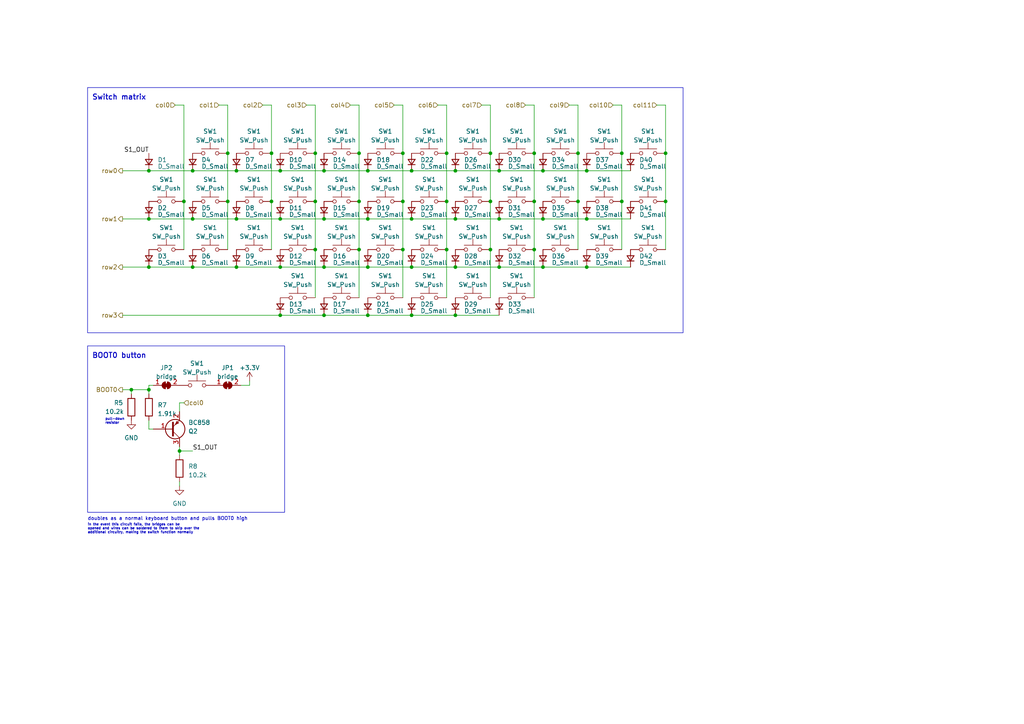
<source format=kicad_sch>
(kicad_sch (version 20230121) (generator eeschema)
  (paper "A4")
  (lib_symbols
    (symbol "Device:D_Small" (pin_numbers hide) (pin_names (offset 0.254) hide)
      (property "Reference" "D" (at -1.27 2.032 0))
      (property "Value" "D_Small" (at -3.81 -2.032 0))
      (symbol "D_Small_0_1"
        (polyline (pts (xy -0.762 -1.016) (xy -0.762 1.016)) (stroke (width 0.254)))
        (polyline (pts (xy -0.762 0) (xy 0.762 0)))
        (polyline (pts (xy 0.762 -1.016) (xy -0.762 0) (xy 0.762 1.016) (xy 0.762 -1.016)) (stroke (width 0.254)))
      )
      (symbol "D_Small_1_1"
        (pin passive line (at -2.54 0 0) (length 1.778) (name "K") (number "1"))
        (pin passive line (at 2.54 0 180) (length 1.778) (name "A") (number "2"))
      )
    )
    (symbol "Device:R" (pin_numbers hide) (pin_names (offset 0))
      (property "Reference" "R" (at 2.032 0 90))
      (property "Value" "R" (at 0 0 90))
      (symbol "R_0_1"
        (rectangle (start -1.016 -2.54) (end 1.016 2.54) (stroke (width 0.254)))
      )
      (symbol "R_1_1"
        (pin passive line (at 0 3.81 270) (length 1.27) (name "~") (number "1"))
        (pin passive line (at 0 -3.81 90) (length 1.27) (name "~") (number "2"))
      )
    )
    (symbol "Jumper:SolderJumper_2_Bridged" (pin_names (offset 0) hide)
      (property "Reference" "JP" (at 0 2.032 0))
      (property "Value" "SolderJumper_2_Bridged" (at 0 -2.54 0))
      (symbol "SolderJumper_2_Bridged_0_1"
        (rectangle (start -0.508 0.508) (end 0.508 -0.508) (fill (type outline)))
        (arc (start -0.254 1.016) (mid -1.2656 0) (end -0.254 -1.016))
        (arc (start -0.254 1.016) (mid -1.2656 0) (end -0.254 -1.016) (fill (type outline)))
        (polyline (pts (xy -0.254 1.016) (xy -0.254 -1.016)))
        (polyline (pts (xy 0.254 1.016) (xy 0.254 -1.016)))
        (arc (start 0.254 -1.016) (mid 1.2656 0) (end 0.254 1.016))
        (arc (start 0.254 -1.016) (mid 1.2656 0) (end 0.254 1.016) (fill (type outline)))
      )
      (symbol "SolderJumper_2_Bridged_1_1"
        (pin passive line (at -3.81 0 0) (length 2.54) (name "A") (number "1"))
        (pin passive line (at 3.81 0 180) (length 2.54) (name "B") (number "2"))
      )
    )
    (symbol "Switch:SW_Push" (pin_numbers hide) (pin_names (offset 1.016) hide)
      (property "Reference" "SW" (at 1.27 2.54 0))
      (property "Value" "SW_Push" (at 0 -1.524 0))
      (symbol "SW_Push_0_1"
        (circle (center -2.032 0) (radius 0.508))
        (polyline (pts (xy 0 1.27) (xy 0 3.048)))
        (polyline (pts (xy 2.54 1.27) (xy -2.54 1.27)))
        (circle (center 2.032 0) (radius 0.508))
        (pin passive line (at -5.08 0 0) (length 2.54) (name "1") (number "1"))
        (pin passive line (at 5.08 0 180) (length 2.54) (name "2") (number "2"))
      )
    )
    (symbol "Transistor_BJT:BC858" (pin_names (offset 0) hide)
      (property "Reference" "Q" (at 5.08 1.905 0))
      (property "Value" "BC858" (at 5.08 0 0))
      (symbol "BC858_0_1"
        (polyline (pts (xy 0.635 0.635) (xy 2.54 2.54)))
        (polyline (pts (xy 0.635 -0.635) (xy 2.54 -2.54) (xy 2.54 -2.54)))
        (polyline (pts (xy 0.635 1.905) (xy 0.635 -1.905) (xy 0.635 -1.905)) (stroke (width 0.508)))
        (polyline (pts (xy 2.286 -1.778) (xy 1.778 -2.286) (xy 1.27 -1.27) (xy 2.286 -1.778) (xy 2.286 -1.778)) (fill (type outline)))
        (circle (center 1.27 0) (radius 2.8194) (stroke (width 0.254)))
      )
      (symbol "BC858_1_1"
        (pin input line (at -5.08 0 0) (length 5.715) (name "B") (number "1"))
        (pin passive line (at 2.54 -5.08 90) (length 2.54) (name "E") (number "2"))
        (pin passive line (at 2.54 5.08 270) (length 2.54) (name "C") (number "3"))
      )
    )
    (symbol "power:+3.3V" (power) (pin_names (offset 0))
      (property "Value" "+3.3V" (at 0 3.556 0))
      (symbol "+3.3V_0_1"
        (polyline (pts (xy -0.762 1.27) (xy 0 2.54)))
        (polyline (pts (xy 0 0) (xy 0 2.54)))
        (polyline (pts (xy 0 2.54) (xy 0.762 1.27)))
      )
      (symbol "+3.3V_1_1"
        (pin power_in line (at 0 0 90) (length 0) hide (name "+3.3V") (number "1"))
      )
    )
    (symbol "power:GND" (power) (pin_names (offset 0))
      (property "Value" "GND" (at 0 -3.81 0))
      (symbol "GND_0_1"
        (polyline (pts (xy 0 0) (xy 0 -1.27) (xy 1.27 -1.27) (xy 0 -2.54) (xy -1.27 -1.27) (xy 0 -1.27)))
      )
      (symbol "GND_1_1"
        (pin power_in line (at 0 0 270) (length 0) hide (name "GND") (number "1"))
      )
    )
  )
  (junction (at 53.34 58.42))
  (junction (at 119.38 63.5))
  (junction (at 78.74 44.45))
  (junction (at 91.44 44.45))
  (junction (at 132.08 91.44))
  (junction (at 106.68 91.44))
  (junction (at 43.18 63.5))
  (junction (at 55.88 77.47))
  (junction (at 55.88 49.53))
  (junction (at 81.28 49.53))
  (junction (at 170.18 49.53))
  (junction (at 52.07 130.81))
  (junction (at 116.84 44.45))
  (junction (at 43.18 113.03))
  (junction (at 193.04 44.45))
  (junction (at 167.64 58.42))
  (junction (at 157.48 49.53))
  (junction (at 144.78 63.5))
  (junction (at 180.34 58.42))
  (junction (at 193.04 58.42))
  (junction (at 129.54 72.39))
  (junction (at 116.84 58.42))
  (junction (at 119.38 91.44))
  (junction (at 104.14 58.42))
  (junction (at 104.14 44.45))
  (junction (at 66.04 44.45))
  (junction (at 157.48 77.47))
  (junction (at 68.58 77.47))
  (junction (at 154.94 58.42))
  (junction (at 142.24 58.42))
  (junction (at 142.24 72.39))
  (junction (at 154.94 72.39))
  (junction (at 144.78 77.47))
  (junction (at 91.44 58.42))
  (junction (at 91.44 72.39))
  (junction (at 106.68 49.53))
  (junction (at 116.84 72.39))
  (junction (at 132.08 77.47))
  (junction (at 144.78 49.53))
  (junction (at 154.94 44.45))
  (junction (at 129.54 58.42))
  (junction (at 55.88 63.5))
  (junction (at 81.28 63.5))
  (junction (at 81.28 77.47))
  (junction (at 167.64 44.45))
  (junction (at 93.98 49.53))
  (junction (at 106.68 63.5))
  (junction (at 93.98 77.47))
  (junction (at 106.68 77.47))
  (junction (at 43.18 77.47))
  (junction (at 129.54 44.45))
  (junction (at 81.28 91.44))
  (junction (at 157.48 63.5))
  (junction (at 43.18 49.53))
  (junction (at 104.14 72.39))
  (junction (at 132.08 49.53))
  (junction (at 68.58 63.5))
  (junction (at 66.04 58.42))
  (junction (at 170.18 77.47))
  (junction (at 142.24 44.45))
  (junction (at 132.08 63.5))
  (junction (at 180.34 44.45))
  (junction (at 68.58 49.53))
  (junction (at 170.18 63.5))
  (junction (at 93.98 91.44))
  (junction (at 119.38 77.47))
  (junction (at 78.74 58.42))
  (junction (at 38.1 113.03))
  (junction (at 119.38 49.53))
  (junction (at 93.98 63.5))
  (wire (pts (xy 154.94 72.39) (xy 154.94 86.36)))
  (wire (pts (xy 106.68 77.47) (xy 119.38 77.47)))
  (wire (pts (xy 35.56 91.44) (xy 81.28 91.44)))
  (wire (pts (xy 180.34 30.48) (xy 180.34 44.45)))
  (wire (pts (xy 132.08 91.44) (xy 144.78 91.44)))
  (wire (pts (xy 142.24 72.39) (xy 142.24 86.36)))
  (wire (pts (xy 78.74 30.48) (xy 78.74 44.45)))
  (wire (pts (xy 72.39 111.76) (xy 72.39 110.49)))
  (wire (pts (xy 43.18 111.76) (xy 43.18 113.03)))
  (wire (pts (xy 119.38 91.44) (xy 132.08 91.44)))
  (wire (pts (xy 177.8 30.48) (xy 180.34 30.48)))
  (wire (pts (xy 119.38 63.5) (xy 132.08 63.5)))
  (wire (pts (xy 180.34 44.45) (xy 180.34 58.42)))
  (wire (pts (xy 78.74 58.42) (xy 78.74 72.39)))
  (wire (pts (xy 170.18 77.47) (xy 182.88 77.47)))
  (wire (pts (xy 142.24 30.48) (xy 142.24 44.45)))
  (wire (pts (xy 129.54 58.42) (xy 129.54 72.39)))
  (wire (pts (xy 193.04 58.42) (xy 193.04 72.39)))
  (wire (pts (xy 152.4 30.48) (xy 154.94 30.48)))
  (wire (pts (xy 132.08 49.53) (xy 144.78 49.53)))
  (wire (pts (xy 106.68 91.44) (xy 119.38 91.44)))
  (wire (pts (xy 167.64 30.48) (xy 167.64 44.45)))
  (wire (pts (xy 53.34 30.48) (xy 53.34 58.42)))
  (wire (pts (xy 193.04 44.45) (xy 193.04 58.42)))
  (wire (pts (xy 66.04 44.45) (xy 66.04 58.42)))
  (wire (pts (xy 52.07 129.54) (xy 52.07 130.81)))
  (wire (pts (xy 55.88 77.47) (xy 68.58 77.47)))
  (wire (pts (xy 35.56 77.47) (xy 43.18 77.47)))
  (wire (pts (xy 144.78 77.47) (xy 157.48 77.47)))
  (wire (pts (xy 154.94 58.42) (xy 154.94 72.39)))
  (wire (pts (xy 88.9 30.48) (xy 91.44 30.48)))
  (wire (pts (xy 66.04 30.48) (xy 66.04 44.45)))
  (wire (pts (xy 144.78 63.5) (xy 157.48 63.5)))
  (wire (pts (xy 78.74 44.45) (xy 78.74 58.42)))
  (wire (pts (xy 139.7 30.48) (xy 142.24 30.48)))
  (wire (pts (xy 81.28 91.44) (xy 93.98 91.44)))
  (wire (pts (xy 142.24 58.42) (xy 142.24 72.39)))
  (wire (pts (xy 132.08 77.47) (xy 144.78 77.47)))
  (wire (pts (xy 38.1 113.03) (xy 38.1 114.3)))
  (wire (pts (xy 157.48 77.47) (xy 170.18 77.47)))
  (wire (pts (xy 190.5 30.48) (xy 193.04 30.48)))
  (wire (pts (xy 68.58 63.5) (xy 81.28 63.5)))
  (wire (pts (xy 129.54 72.39) (xy 129.54 86.36)))
  (wire (pts (xy 53.34 58.42) (xy 53.34 72.39)))
  (wire (pts (xy 50.8 30.48) (xy 53.34 30.48)))
  (wire (pts (xy 114.3 30.48) (xy 116.84 30.48)))
  (wire (pts (xy 43.18 77.47) (xy 55.88 77.47)))
  (wire (pts (xy 38.1 113.03) (xy 43.18 113.03)))
  (wire (pts (xy 116.84 58.42) (xy 116.84 72.39)))
  (wire (pts (xy 91.44 30.48) (xy 91.44 44.45)))
  (wire (pts (xy 106.68 63.5) (xy 119.38 63.5)))
  (wire (pts (xy 35.56 113.03) (xy 38.1 113.03)))
  (wire (pts (xy 63.5 30.48) (xy 66.04 30.48)))
  (wire (pts (xy 43.18 111.76) (xy 44.45 111.76)))
  (wire (pts (xy 91.44 44.45) (xy 91.44 58.42)))
  (wire (pts (xy 43.18 63.5) (xy 55.88 63.5)))
  (wire (pts (xy 66.04 58.42) (xy 66.04 72.39)))
  (wire (pts (xy 52.07 116.84) (xy 53.34 116.84)))
  (wire (pts (xy 93.98 63.5) (xy 106.68 63.5)))
  (wire (pts (xy 52.07 130.81) (xy 55.88 130.81)))
  (wire (pts (xy 91.44 58.42) (xy 91.44 72.39)))
  (wire (pts (xy 81.28 49.53) (xy 93.98 49.53)))
  (wire (pts (xy 170.18 49.53) (xy 182.88 49.53)))
  (wire (pts (xy 68.58 77.47) (xy 81.28 77.47)))
  (wire (pts (xy 52.07 119.38) (xy 52.07 116.84)))
  (wire (pts (xy 119.38 49.53) (xy 132.08 49.53)))
  (wire (pts (xy 154.94 30.48) (xy 154.94 44.45)))
  (wire (pts (xy 104.14 58.42) (xy 104.14 72.39)))
  (wire (pts (xy 81.28 77.47) (xy 93.98 77.47)))
  (wire (pts (xy 165.1 30.48) (xy 167.64 30.48)))
  (wire (pts (xy 93.98 91.44) (xy 106.68 91.44)))
  (wire (pts (xy 69.85 111.76) (xy 72.39 111.76)))
  (wire (pts (xy 101.6 30.48) (xy 104.14 30.48)))
  (wire (pts (xy 167.64 44.45) (xy 167.64 58.42)))
  (wire (pts (xy 43.18 49.53) (xy 55.88 49.53)))
  (wire (pts (xy 93.98 49.53) (xy 106.68 49.53)))
  (wire (pts (xy 52.07 139.7) (xy 52.07 140.97)))
  (wire (pts (xy 116.84 72.39) (xy 116.84 86.36)))
  (wire (pts (xy 55.88 49.53) (xy 68.58 49.53)))
  (wire (pts (xy 104.14 72.39) (xy 104.14 86.36)))
  (wire (pts (xy 132.08 63.5) (xy 144.78 63.5)))
  (wire (pts (xy 55.88 63.5) (xy 68.58 63.5)))
  (wire (pts (xy 52.07 130.81) (xy 52.07 132.08)))
  (wire (pts (xy 68.58 49.53) (xy 81.28 49.53)))
  (wire (pts (xy 127 30.48) (xy 129.54 30.48)))
  (wire (pts (xy 116.84 30.48) (xy 116.84 44.45)))
  (wire (pts (xy 167.64 58.42) (xy 167.64 72.39)))
  (wire (pts (xy 142.24 44.45) (xy 142.24 58.42)))
  (wire (pts (xy 106.68 49.53) (xy 119.38 49.53)))
  (wire (pts (xy 170.18 63.5) (xy 182.88 63.5)))
  (wire (pts (xy 119.38 77.47) (xy 132.08 77.47)))
  (wire (pts (xy 35.56 63.5) (xy 43.18 63.5)))
  (wire (pts (xy 104.14 30.48) (xy 104.14 44.45)))
  (wire (pts (xy 157.48 49.53) (xy 170.18 49.53)))
  (wire (pts (xy 43.18 49.53) (xy 35.56 49.53)))
  (wire (pts (xy 104.14 44.45) (xy 104.14 58.42)))
  (wire (pts (xy 154.94 44.45) (xy 154.94 58.42)))
  (wire (pts (xy 43.18 113.03) (xy 43.18 114.3)))
  (wire (pts (xy 43.18 124.46) (xy 44.45 124.46)))
  (wire (pts (xy 76.2 30.48) (xy 78.74 30.48)))
  (wire (pts (xy 129.54 44.45) (xy 129.54 58.42)))
  (wire (pts (xy 116.84 44.45) (xy 116.84 58.42)))
  (wire (pts (xy 157.48 63.5) (xy 170.18 63.5)))
  (wire (pts (xy 129.54 30.48) (xy 129.54 44.45)))
  (wire (pts (xy 93.98 77.47) (xy 106.68 77.47)))
  (wire (pts (xy 180.34 58.42) (xy 180.34 72.39)))
  (wire (pts (xy 81.28 63.5) (xy 93.98 63.5)))
  (wire (pts (xy 144.78 49.53) (xy 157.48 49.53)))
  (wire (pts (xy 193.04 30.48) (xy 193.04 44.45)))
  (wire (pts (xy 43.18 121.92) (xy 43.18 124.46)))
  (wire (pts (xy 91.44 72.39) (xy 91.44 86.36)))
  (rectangle (start 25.4 100.33) (end 82.55 148.59))
  (rectangle (start 25.4 25.4) (end 198.12 96.52))
  (text "doubles as a normal keyboard button and pulls BOOT0 high" (at 25.4 151.13 0) (effects (font (size 1 1)) (justify left bottom)))
  (text "Switch matrix" (at 26.67 29.21 0) (effects (font (size 1.5 1.5) (thickness 0.254) bold) (justify left bottom)))
  (text "pull-down\nresistor" (at 30.48 123.19 0) (effects (font (size 0.7 0.7)) (justify left bottom)))
  (text "BOOT0 button" (at 26.67 104.14 0) (effects (font (size 1.5 1.5) (thickness 0.254) bold) (justify left bottom)))
  (text "in the event this circuit fails, the bridges can be \nopened and wires can be soldered to them to skip over the\nadditional circuitry, making the switch function normally" (at 25.4 154.94 0) (effects (font (size 0.7 0.7)) (justify left bottom)))
  (label "S1_OUT" (at 55.88 130.81 0))
  (label "S1_OUT" (at 43.18 44.45 180))
  (hierarchical_label "col6" (shape input) (at 127 30.48 180))
  (hierarchical_label "row3" (shape output) (at 35.56 91.44 180))
  (hierarchical_label "row2" (shape output) (at 35.56 77.47 180))
  (hierarchical_label "col3" (shape input) (at 88.9 30.48 180))
  (hierarchical_label "col7" (shape input) (at 139.7 30.48 180))
  (hierarchical_label "col8" (shape input) (at 152.4 30.48 180))
  (hierarchical_label "row0" (shape output) (at 35.56 49.53 180))
  (hierarchical_label "col9" (shape input) (at 165.1 30.48 180))
  (hierarchical_label "col10" (shape input) (at 177.8 30.48 180))
  (hierarchical_label "row1" (shape output) (at 35.56 63.5 180))
  (hierarchical_label "BOOT0" (shape output) (at 35.56 113.03 180))
  (hierarchical_label "col11" (shape input) (at 190.5 30.48 180))
  (hierarchical_label "col0" (shape input) (at 50.8 30.48 180))
  (hierarchical_label "col1" (shape input) (at 63.5 30.48 180))
  (hierarchical_label "col2" (shape input) (at 76.2 30.48 180))
  (hierarchical_label "col4" (shape input) (at 101.6 30.48 180))
  (hierarchical_label "col0" (shape input) (at 53.34 116.84 0))
  (hierarchical_label "col5" (shape input) (at 114.3 30.48 180))
  (symbol (lib_id "Switch:SW_Push") (at 73.66 44.45 0) (unit 1)
    (property "Reference" "SW1" (at 73.66 38.1 0))
    (property "Value" "SW_Push" (at 73.66 40.64 0))
    (property "Footprint" "local-library:SW_PG1350" (effects hide))
    (instances (project "keyboard" (path "" (reference "SW1") (unit 1)) (path "" (reference "SW7") (unit 1))))
  )
  (symbol (lib_id "Switch:SW_Push") (at 175.26 44.45 0) (unit 1)
    (property "Reference" "SW1" (at 175.26 38.1 0))
    (property "Value" "SW_Push" (at 175.26 40.64 0))
    (property "Footprint" "local-library:SW_PG1350" (effects hide))
    (instances (project "keyboard" (path "" (reference "SW1") (unit 1)) (path "" (reference "SW37") (unit 1))))
  )
  (symbol (lib_id "Switch:SW_Push") (at 162.56 44.45 0) (unit 1)
    (property "Reference" "SW1" (at 162.56 38.1 0))
    (property "Value" "SW_Push" (at 162.56 40.64 0))
    (property "Footprint" "local-library:SW_PG1350" (effects hide))
    (instances (project "keyboard" (path "" (reference "SW1") (unit 1)) (path "" (reference "SW34") (unit 1))))
  )
  (symbol (lib_id "Device:D_Small") (at 144.78 88.9 90) (unit 1)
    (property "Reference" "D33" (at 147.32 88.265 90) (effects (justify right)))
    (property "Value" "D_Small" (at 147.32 90.17 90) (effects (justify right)))
    (property "Footprint" "Diode_SMD:D_SOD-123" (effects hide))
    (property "Sim.Device" "D" (effects hide))
    (property "Sim.Pins" "1=K 2=A" (effects hide))
    (property "LCSC" "C2099" (effects hide))
  )
  (symbol (lib_id "Device:D_Small") (at 93.98 60.96 90) (unit 1)
    (property "Reference" "D15" (at 96.52 60.325 90) (effects (justify right)))
    (property "Value" "D_Small" (at 96.52 62.23 90) (effects (justify right)))
    (property "Footprint" "Diode_SMD:D_SOD-123" (effects hide))
    (property "Sim.Device" "D" (effects hide))
    (property "Sim.Pins" "1=K 2=A" (effects hide))
    (property "LCSC" "C2099" (effects hide))
  )
  (symbol (lib_id "Device:D_Small") (at 43.18 46.99 90) (unit 1)
    (property "Reference" "D1" (at 45.72 46.355 90) (effects (justify right)))
    (property "Value" "D_Small" (at 45.72 48.26 90) (effects (justify right)))
    (property "Footprint" "Diode_SMD:D_SOD-123" (effects hide))
    (property "Sim.Device" "D" (effects hide))
    (property "Sim.Pins" "1=K 2=A" (effects hide))
    (property "LCSC" "C2099" (effects hide))
  )
  (symbol (lib_id "Switch:SW_Push") (at 175.26 72.39 0) (unit 1)
    (property "Reference" "SW1" (at 175.26 66.04 0))
    (property "Value" "SW_Push" (at 175.26 68.58 0))
    (property "Footprint" "local-library:SW_PG1350" (effects hide))
    (instances (project "keyboard" (path "" (reference "SW1") (unit 1)) (path "" (reference "SW39") (unit 1))))
  )
  (symbol (lib_id "Switch:SW_Push") (at 73.66 58.42 0) (unit 1)
    (property "Reference" "SW1" (at 73.66 52.07 0))
    (property "Value" "SW_Push" (at 73.66 54.61 0))
    (property "Footprint" "local-library:SW_PG1350" (effects hide))
    (instances (project "keyboard" (path "" (reference "SW1") (unit 1)) (path "" (reference "SW8") (unit 1))))
  )
  (symbol (lib_id "Device:D_Small") (at 119.38 46.99 90) (unit 1)
    (property "Reference" "D22" (at 121.92 46.355 90) (effects (justify right)))
    (property "Value" "D_Small" (at 121.92 48.26 90) (effects (justify right)))
    (property "Footprint" "Diode_SMD:D_SOD-123" (effects hide))
    (property "Sim.Device" "D" (effects hide))
    (property "Sim.Pins" "1=K 2=A" (effects hide))
    (property "LCSC" "C2099" (effects hide))
  )
  (symbol (lib_id "Device:D_Small") (at 132.08 60.96 90) (unit 1)
    (property "Reference" "D27" (at 134.62 60.325 90) (effects (justify right)))
    (property "Value" "D_Small" (at 134.62 62.23 90) (effects (justify right)))
    (property "Footprint" "Diode_SMD:D_SOD-123" (effects hide))
    (property "Sim.Device" "D" (effects hide))
    (property "Sim.Pins" "1=K 2=A" (effects hide))
    (property "LCSC" "C2099" (effects hide))
  )
  (symbol (lib_id "Switch:SW_Push") (at 48.26 58.42 0) (unit 1)
    (property "Reference" "SW1" (at 48.26 52.07 0))
    (property "Value" "SW_Push" (at 48.26 54.61 0))
    (property "Footprint" "local-library:SW_PG1350" (effects hide))
    (instances (project "keyboard" (path "" (reference "SW1") (unit 1)) (path "" (reference "SW2") (unit 1))))
  )
  (symbol (lib_id "Switch:SW_Push") (at 99.06 86.36 0) (unit 1)
    (property "Reference" "SW1" (at 99.06 80.01 0))
    (property "Value" "SW_Push" (at 99.06 82.55 0))
    (property "Footprint" "local-library:SW_PG1350" (effects hide))
    (instances (project "keyboard" (path "" (reference "SW1") (unit 1)) (path "" (reference "SW17") (unit 1))))
  )
  (symbol (lib_id "Device:D_Small") (at 93.98 88.9 90) (unit 1)
    (property "Reference" "D17" (at 96.52 88.265 90) (effects (justify right)))
    (property "Value" "D_Small" (at 96.52 90.17 90) (effects (justify right)))
    (property "Footprint" "Diode_SMD:D_SOD-123" (effects hide))
    (property "Sim.Device" "D" (effects hide))
    (property "Sim.Pins" "1=K 2=A" (effects hide))
    (property "LCSC" "C2099" (effects hide))
  )
  (symbol (lib_id "Switch:SW_Push") (at 149.86 72.39 0) (unit 1)
    (property "Reference" "SW1" (at 149.86 66.04 0))
    (property "Value" "SW_Push" (at 149.86 68.58 0))
    (property "Footprint" "local-library:SW_PG1350" (effects hide))
    (instances (project "keyboard" (path "" (reference "SW1") (unit 1)) (path "" (reference "SW32") (unit 1))))
  )
  (symbol (lib_id "Switch:SW_Push") (at 111.76 72.39 0) (unit 1)
    (property "Reference" "SW1" (at 111.76 66.04 0))
    (property "Value" "SW_Push" (at 111.76 68.58 0))
    (property "Footprint" "local-library:SW_PG1350" (effects hide))
    (instances (project "keyboard" (path "" (reference "SW1") (unit 1)) (path "" (reference "SW20") (unit 1))))
  )
  (symbol (lib_id "Switch:SW_Push") (at 149.86 86.36 0) (unit 1)
    (property "Reference" "SW1" (at 149.86 80.01 0))
    (property "Value" "SW_Push" (at 149.86 82.55 0))
    (property "Footprint" "local-library:SW_PG1350" (effects hide))
    (instances (project "keyboard" (path "" (reference "SW1") (unit 1)) (path "" (reference "SW33") (unit 1))))
  )
  (symbol (lib_id "power:+3.3V") (at 72.39 110.49 0) (unit 1)
    (property "Reference" "#PWR030" (effects hide))
    (property "Value" "+3.3V" (at 72.39 106.68 0))
  )
  (symbol (lib_id "power:GND") (at 38.1 121.92 0) (unit 1)
    (property "Reference" "#PWR015" (effects hide))
    (property "Value" "GND" (at 38.1 127 0))
  )
  (symbol (lib_id "Switch:SW_Push") (at 111.76 44.45 0) (unit 1)
    (property "Reference" "SW1" (at 111.76 38.1 0))
    (property "Value" "SW_Push" (at 111.76 40.64 0))
    (property "Footprint" "local-library:SW_PG1350" (effects hide))
    (instances (project "keyboard" (path "" (reference "SW1") (unit 1)) (path "" (reference "SW18") (unit 1))))
  )
  (symbol (lib_id "Jumper:SolderJumper_2_Bridged") (at 66.04 111.76 0) (unit 1)
    (property "Reference" "JP1" (at 66.04 106.68 0))
    (property "Value" "bridge" (at 66.04 109.22 0))
    (property "Footprint" "Jumper:SolderJumper-2_P1.3mm_Open_RoundedPad1.0x1.5mm" (effects hide))
  )
  (symbol (lib_id "Device:D_Small") (at 182.88 74.93 90) (unit 1)
    (property "Reference" "D42" (at 185.42 74.295 90) (effects (justify right)))
    (property "Value" "D_Small" (at 185.42 76.2 90) (effects (justify right)))
    (property "Footprint" "Diode_SMD:D_SOD-123" (effects hide))
    (property "Sim.Device" "D" (effects hide))
    (property "Sim.Pins" "1=K 2=A" (effects hide))
    (property "LCSC" "C2099" (effects hide))
  )
  (symbol (lib_id "Device:D_Small") (at 81.28 60.96 90) (unit 1)
    (property "Reference" "D11" (at 83.82 60.325 90) (effects (justify right)))
    (property "Value" "D_Small" (at 83.82 62.23 90) (effects (justify right)))
    (property "Footprint" "Diode_SMD:D_SOD-123" (effects hide))
    (property "Sim.Device" "D" (effects hide))
    (property "Sim.Pins" "1=K 2=A" (effects hide))
    (property "LCSC" "C2099" (effects hide))
  )
  (symbol (lib_id "Device:D_Small") (at 55.88 74.93 90) (unit 1)
    (property "Reference" "D6" (at 58.42 74.295 90) (effects (justify right)))
    (property "Value" "D_Small" (at 58.42 76.2 90) (effects (justify right)))
    (property "Footprint" "Diode_SMD:D_SOD-123" (effects hide))
    (property "Sim.Device" "D" (effects hide))
    (property "Sim.Pins" "1=K 2=A" (effects hide))
    (property "LCSC" "C2099" (effects hide))
  )
  (symbol (lib_id "Device:D_Small") (at 68.58 60.96 90) (unit 1)
    (property "Reference" "D8" (at 71.12 60.325 90) (effects (justify right)))
    (property "Value" "D_Small" (at 71.12 62.23 90) (effects (justify right)))
    (property "Footprint" "Diode_SMD:D_SOD-123" (effects hide))
    (property "Sim.Device" "D" (effects hide))
    (property "Sim.Pins" "1=K 2=A" (effects hide))
    (property "LCSC" "C2099" (effects hide))
  )
  (symbol (lib_id "Device:D_Small") (at 93.98 74.93 90) (unit 1)
    (property "Reference" "D16" (at 96.52 74.295 90) (effects (justify right)))
    (property "Value" "D_Small" (at 96.52 76.2 90) (effects (justify right)))
    (property "Footprint" "Diode_SMD:D_SOD-123" (effects hide))
    (property "Sim.Device" "D" (effects hide))
    (property "Sim.Pins" "1=K 2=A" (effects hide))
    (property "LCSC" "C2099" (effects hide))
  )
  (symbol (lib_id "Switch:SW_Push") (at 86.36 58.42 0) (unit 1)
    (property "Reference" "SW1" (at 86.36 52.07 0))
    (property "Value" "SW_Push" (at 86.36 54.61 0))
    (property "Footprint" "local-library:SW_PG1350" (effects hide))
    (instances (project "keyboard" (path "" (reference "SW1") (unit 1)) (path "" (reference "SW11") (unit 1))))
  )
  (symbol (lib_id "Switch:SW_Push") (at 57.15 111.76 0) (unit 1)
    (property "Reference" "SW1" (at 57.15 105.41 0))
    (property "Value" "SW_Push" (at 57.15 107.95 0))
    (property "Footprint" "local-library:SW_PG1350" (effects hide))
  )
  (symbol (lib_id "Device:D_Small") (at 170.18 46.99 90) (unit 1)
    (property "Reference" "D37" (at 172.72 46.355 90) (effects (justify right)))
    (property "Value" "D_Small" (at 172.72 48.26 90) (effects (justify right)))
    (property "Footprint" "Diode_SMD:D_SOD-123" (effects hide))
    (property "Sim.Device" "D" (effects hide))
    (property "Sim.Pins" "1=K 2=A" (effects hide))
    (property "LCSC" "C2099" (effects hide))
  )
  (symbol (lib_id "Switch:SW_Push") (at 99.06 72.39 0) (unit 1)
    (property "Reference" "SW1" (at 99.06 66.04 0))
    (property "Value" "SW_Push" (at 99.06 68.58 0))
    (property "Footprint" "local-library:SW_PG1350" (effects hide))
    (instances (project "keyboard" (path "" (reference "SW1") (unit 1)) (path "" (reference "SW16") (unit 1))))
  )
  (symbol (lib_id "Switch:SW_Push") (at 187.96 44.45 0) (unit 1)
    (property "Reference" "SW1" (at 187.96 38.1 0))
    (property "Value" "SW_Push" (at 187.96 40.64 0))
    (property "Footprint" "local-library:SW_PG1350" (effects hide))
    (instances (project "keyboard" (path "" (reference "SW1") (unit 1)) (path "" (reference "SW40") (unit 1))))
  )
  (symbol (lib_id "Device:D_Small") (at 68.58 74.93 90) (unit 1)
    (property "Reference" "D9" (at 71.12 74.295 90) (effects (justify right)))
    (property "Value" "D_Small" (at 71.12 76.2 90) (effects (justify right)))
    (property "Footprint" "Diode_SMD:D_SOD-123" (effects hide))
    (property "Sim.Device" "D" (effects hide))
    (property "Sim.Pins" "1=K 2=A" (effects hide))
    (property "LCSC" "C2099" (effects hide))
  )
  (symbol (lib_id "Switch:SW_Push") (at 111.76 58.42 0) (unit 1)
    (property "Reference" "SW1" (at 111.76 52.07 0))
    (property "Value" "SW_Push" (at 111.76 54.61 0))
    (property "Footprint" "local-library:SW_PG1350" (effects hide))
    (instances (project "keyboard" (path "" (reference "SW1") (unit 1)) (path "" (reference "SW19") (unit 1))))
  )
  (symbol (lib_id "Device:R") (at 43.18 118.11 0) (unit 1)
    (property "Reference" "R7" (at 45.72 117.475 0) (effects (justify left)))
    (property "Value" "1.91k" (at 45.72 120.015 0) (effects (justify left)))
    (property "Footprint" "Resistor_SMD:R_0201_0603Metric" (effects hide))
  )
  (symbol (lib_id "Switch:SW_Push") (at 86.36 44.45 0) (unit 1)
    (property "Reference" "SW1" (at 86.36 38.1 0))
    (property "Value" "SW_Push" (at 86.36 40.64 0))
    (property "Footprint" "local-library:SW_PG1350" (effects hide))
    (instances (project "keyboard" (path "" (reference "SW1") (unit 1)) (path "" (reference "SW10") (unit 1))))
  )
  (symbol (lib_id "Switch:SW_Push") (at 124.46 44.45 0) (unit 1)
    (property "Reference" "SW1" (at 124.46 38.1 0))
    (property "Value" "SW_Push" (at 124.46 40.64 0))
    (property "Footprint" "local-library:SW_PG1350" (effects hide))
    (instances (project "keyboard" (path "" (reference "SW1") (unit 1)) (path "" (reference "SW22") (unit 1))))
  )
  (symbol (lib_id "Switch:SW_Push") (at 187.96 72.39 0) (unit 1)
    (property "Reference" "SW1" (at 187.96 66.04 0))
    (property "Value" "SW_Push" (at 187.96 68.58 0))
    (property "Footprint" "local-library:SW_PG1350" (effects hide))
    (instances (project "keyboard" (path "" (reference "SW1") (unit 1)) (path "" (reference "SW42") (unit 1))))
  )
  (symbol (lib_id "Device:R") (at 38.1 118.11 0) (unit 1)
    (property "Reference" "R5" (at 33.02 116.84 0) (effects (justify left)))
    (property "Value" "10.2k" (at 30.48 119.38 0) (effects (justify left)))
    (property "Footprint" "Resistor_SMD:R_0201_0603Metric" (effects hide))
  )
  (symbol (lib_id "Device:D_Small") (at 144.78 60.96 90) (unit 1)
    (property "Reference" "D31" (at 147.32 60.325 90) (effects (justify right)))
    (property "Value" "D_Small" (at 147.32 62.23 90) (effects (justify right)))
    (property "Footprint" "Diode_SMD:D_SOD-123" (effects hide))
    (property "Sim.Device" "D" (effects hide))
    (property "Sim.Pins" "1=K 2=A" (effects hide))
    (property "LCSC" "C2099" (effects hide))
  )
  (symbol (lib_id "Device:D_Small") (at 55.88 46.99 90) (unit 1)
    (property "Reference" "D4" (at 58.42 46.355 90) (effects (justify right)))
    (property "Value" "D_Small" (at 58.42 48.26 90) (effects (justify right)))
    (property "Footprint" "Diode_SMD:D_SOD-123" (effects hide))
    (property "Sim.Device" "D" (effects hide))
    (property "Sim.Pins" "1=K 2=A" (effects hide))
    (property "LCSC" "C2099" (effects hide))
  )
  (symbol (lib_id "Device:D_Small") (at 144.78 46.99 90) (unit 1)
    (property "Reference" "D30" (at 147.32 46.355 90) (effects (justify right)))
    (property "Value" "D_Small" (at 147.32 48.26 90) (effects (justify right)))
    (property "Footprint" "Diode_SMD:D_SOD-123" (effects hide))
    (property "Sim.Device" "D" (effects hide))
    (property "Sim.Pins" "1=K 2=A" (effects hide))
    (property "LCSC" "C2099" (effects hide))
  )
  (symbol (lib_id "Switch:SW_Push") (at 162.56 58.42 0) (unit 1)
    (property "Reference" "SW1" (at 162.56 52.07 0))
    (property "Value" "SW_Push" (at 162.56 54.61 0))
    (property "Footprint" "local-library:SW_PG1350" (effects hide))
    (instances (project "keyboard" (path "" (reference "SW1") (unit 1)) (path "" (reference "SW35") (unit 1))))
  )
  (symbol (lib_id "Device:D_Small") (at 81.28 88.9 90) (unit 1)
    (property "Reference" "D13" (at 83.82 88.265 90) (effects (justify right)))
    (property "Value" "D_Small" (at 83.82 90.17 90) (effects (justify right)))
    (property "Footprint" "Diode_SMD:D_SOD-123" (effects hide))
    (property "Sim.Device" "D" (effects hide))
    (property "Sim.Pins" "1=K 2=A" (effects hide))
    (property "LCSC" "C2099" (effects hide))
  )
  (symbol (lib_id "Device:D_Small") (at 182.88 60.96 90) (unit 1)
    (property "Reference" "D41" (at 185.42 60.325 90) (effects (justify right)))
    (property "Value" "D_Small" (at 185.42 62.23 90) (effects (justify right)))
    (property "Footprint" "Diode_SMD:D_SOD-123" (effects hide))
    (property "Sim.Device" "D" (effects hide))
    (property "Sim.Pins" "1=K 2=A" (effects hide))
    (property "LCSC" "C2099" (effects hide))
  )
  (symbol (lib_id "Switch:SW_Push") (at 99.06 58.42 0) (unit 1)
    (property "Reference" "SW1" (at 99.06 52.07 0))
    (property "Value" "SW_Push" (at 99.06 54.61 0))
    (property "Footprint" "local-library:SW_PG1350" (effects hide))
    (instances (project "keyboard" (path "" (reference "SW1") (unit 1)) (path "" (reference "SW15") (unit 1))))
  )
  (symbol (lib_id "Device:D_Small") (at 157.48 46.99 90) (unit 1)
    (property "Reference" "D34" (at 160.02 46.355 90) (effects (justify right)))
    (property "Value" "D_Small" (at 160.02 48.26 90) (effects (justify right)))
    (property "Footprint" "Diode_SMD:D_SOD-123" (effects hide))
    (property "Sim.Device" "D" (effects hide))
    (property "Sim.Pins" "1=K 2=A" (effects hide))
    (property "LCSC" "C2099" (effects hide))
  )
  (symbol (lib_id "Device:D_Small") (at 170.18 74.93 90) (unit 1)
    (property "Reference" "D39" (at 172.72 74.295 90) (effects (justify right)))
    (property "Value" "D_Small" (at 172.72 76.2 90) (effects (justify right)))
    (property "Footprint" "Diode_SMD:D_SOD-123" (effects hide))
    (property "Sim.Device" "D" (effects hide))
    (property "Sim.Pins" "1=K 2=A" (effects hide))
    (property "LCSC" "C2099" (effects hide))
  )
  (symbol (lib_id "Switch:SW_Push") (at 137.16 58.42 0) (unit 1)
    (property "Reference" "SW1" (at 137.16 52.07 0))
    (property "Value" "SW_Push" (at 137.16 54.61 0))
    (property "Footprint" "local-library:SW_PG1350" (effects hide))
    (instances (project "keyboard" (path "" (reference "SW1") (unit 1)) (path "" (reference "SW27") (unit 1))))
  )
  (symbol (lib_id "Switch:SW_Push") (at 73.66 72.39 0) (unit 1)
    (property "Reference" "SW1" (at 73.66 66.04 0))
    (property "Value" "SW_Push" (at 73.66 68.58 0))
    (property "Footprint" "local-library:SW_PG1350" (effects hide))
    (instances (project "keyboard" (path "" (reference "SW1") (unit 1)) (path "" (reference "SW9") (unit 1))))
  )
  (symbol (lib_id "Device:D_Small") (at 55.88 60.96 90) (unit 1)
    (property "Reference" "D5" (at 58.42 60.325 90) (effects (justify right)))
    (property "Value" "D_Small" (at 58.42 62.23 90) (effects (justify right)))
    (property "Footprint" "Diode_SMD:D_SOD-123" (effects hide))
    (property "Sim.Device" "D" (effects hide))
    (property "Sim.Pins" "1=K 2=A" (effects hide))
    (property "LCSC" "C2099" (effects hide))
  )
  (symbol (lib_id "Switch:SW_Push") (at 137.16 86.36 0) (unit 1)
    (property "Reference" "SW1" (at 137.16 80.01 0))
    (property "Value" "SW_Push" (at 137.16 82.55 0))
    (property "Footprint" "local-library:SW_PG1350" (effects hide))
    (instances (project "keyboard" (path "" (reference "SW1") (unit 1)) (path "" (reference "SW29") (unit 1))))
  )
  (symbol (lib_id "Device:R") (at 52.07 135.89 0) (unit 1)
    (property "Reference" "R8" (at 54.61 135.255 0) (effects (justify left)))
    (property "Value" "10.2k" (at 54.61 137.795 0) (effects (justify left)))
    (property "Footprint" "Resistor_SMD:R_0201_0603Metric" (effects hide))
  )
  (symbol (lib_id "Switch:SW_Push") (at 149.86 44.45 0) (unit 1)
    (property "Reference" "SW1" (at 149.86 38.1 0))
    (property "Value" "SW_Push" (at 149.86 40.64 0))
    (property "Footprint" "local-library:SW_PG1350" (effects hide))
    (instances (project "keyboard" (path "" (reference "SW1") (unit 1)) (path "" (reference "SW30") (unit 1))))
  )
  (symbol (lib_id "Switch:SW_Push") (at 60.96 44.45 0) (unit 1)
    (property "Reference" "SW1" (at 60.96 38.1 0))
    (property "Value" "SW_Push" (at 60.96 40.64 0))
    (property "Footprint" "local-library:SW_PG1350" (effects hide))
    (instances (project "keyboard" (path "" (reference "SW1") (unit 1)) (path "" (reference "SW4") (unit 1))))
  )
  (symbol (lib_id "Device:D_Small") (at 119.38 88.9 90) (unit 1)
    (property "Reference" "D25" (at 121.92 88.265 90) (effects (justify right)))
    (property "Value" "D_Small" (at 121.92 90.17 90) (effects (justify right)))
    (property "Footprint" "Diode_SMD:D_SOD-123" (effects hide))
    (property "Sim.Device" "D" (effects hide))
    (property "Sim.Pins" "1=K 2=A" (effects hide))
    (property "LCSC" "C2099" (effects hide))
  )
  (symbol (lib_id "Device:D_Small") (at 43.18 74.93 90) (unit 1)
    (property "Reference" "D3" (at 45.72 74.295 90) (effects (justify right)))
    (property "Value" "D_Small" (at 45.72 76.2 90) (effects (justify right)))
    (property "Footprint" "Diode_SMD:D_SOD-123" (effects hide))
    (property "Sim.Device" "D" (effects hide))
    (property "Sim.Pins" "1=K 2=A" (effects hide))
    (property "LCSC" "C2099" (effects hide))
  )
  (symbol (lib_id "Device:D_Small") (at 119.38 60.96 90) (unit 1)
    (property "Reference" "D23" (at 121.92 60.325 90) (effects (justify right)))
    (property "Value" "D_Small" (at 121.92 62.23 90) (effects (justify right)))
    (property "Footprint" "Diode_SMD:D_SOD-123" (effects hide))
    (property "Sim.Device" "D" (effects hide))
    (property "Sim.Pins" "1=K 2=A" (effects hide))
    (property "LCSC" "C2099" (effects hide))
  )
  (symbol (lib_id "Switch:SW_Push") (at 124.46 72.39 0) (unit 1)
    (property "Reference" "SW1" (at 124.46 66.04 0))
    (property "Value" "SW_Push" (at 124.46 68.58 0))
    (property "Footprint" "local-library:SW_PG1350" (effects hide))
    (instances (project "keyboard" (path "" (reference "SW1") (unit 1)) (path "" (reference "SW24") (unit 1))))
  )
  (symbol (lib_id "power:GND") (at 52.07 140.97 0) (unit 1)
    (property "Reference" "#PWR029" (effects hide))
    (property "Value" "GND" (at 52.07 146.05 0))
  )
  (symbol (lib_id "Device:D_Small") (at 132.08 74.93 90) (unit 1)
    (property "Reference" "D28" (at 134.62 74.295 90) (effects (justify right)))
    (property "Value" "D_Small" (at 134.62 76.2 90) (effects (justify right)))
    (property "Footprint" "Diode_SMD:D_SOD-123" (effects hide))
    (property "Sim.Device" "D" (effects hide))
    (property "Sim.Pins" "1=K 2=A" (effects hide))
    (property "LCSC" "C2099" (effects hide))
  )
  (symbol (lib_id "Device:D_Small") (at 144.78 74.93 90) (unit 1)
    (property "Reference" "D32" (at 147.32 74.295 90) (effects (justify right)))
    (property "Value" "D_Small" (at 147.32 76.2 90) (effects (justify right)))
    (property "Footprint" "Diode_SMD:D_SOD-123" (effects hide))
    (property "Sim.Device" "D" (effects hide))
    (property "Sim.Pins" "1=K 2=A" (effects hide))
    (property "LCSC" "C2099" (effects hide))
  )
  (symbol (lib_id "Switch:SW_Push") (at 162.56 72.39 0) (unit 1)
    (property "Reference" "SW1" (at 162.56 66.04 0))
    (property "Value" "SW_Push" (at 162.56 68.58 0))
    (property "Footprint" "local-library:SW_PG1350" (effects hide))
    (instances (project "keyboard" (path "" (reference "SW1") (unit 1)) (path "" (reference "SW36") (unit 1))))
  )
  (symbol (lib_id "Device:D_Small") (at 106.68 60.96 90) (unit 1)
    (property "Reference" "D19" (at 109.22 60.325 90) (effects (justify right)))
    (property "Value" "D_Small" (at 109.22 62.23 90) (effects (justify right)))
    (property "Footprint" "Diode_SMD:D_SOD-123" (effects hide))
    (property "Sim.Device" "D" (effects hide))
    (property "Sim.Pins" "1=K 2=A" (effects hide))
    (property "LCSC" "C2099" (effects hide))
  )
  (symbol (lib_id "Switch:SW_Push") (at 86.36 86.36 0) (unit 1)
    (property "Reference" "SW1" (at 86.36 80.01 0))
    (property "Value" "SW_Push" (at 86.36 82.55 0))
    (property "Footprint" "local-library:SW_PG1350" (effects hide))
    (instances (project "keyboard" (path "" (reference "SW1") (unit 1)) (path "" (reference "SW13") (unit 1))))
  )
  (symbol (lib_id "Device:D_Small") (at 170.18 60.96 90) (unit 1)
    (property "Reference" "D38" (at 172.72 60.325 90) (effects (justify right)))
    (property "Value" "D_Small" (at 172.72 62.23 90) (effects (justify right)))
    (property "Footprint" "Diode_SMD:D_SOD-123" (effects hide))
    (property "Sim.Device" "D" (effects hide))
    (property "Sim.Pins" "1=K 2=A" (effects hide))
    (property "LCSC" "C2099" (effects hide))
  )
  (symbol (lib_id "Device:D_Small") (at 132.08 88.9 90) (unit 1)
    (property "Reference" "D29" (at 134.62 88.265 90) (effects (justify right)))
    (property "Value" "D_Small" (at 134.62 90.17 90) (effects (justify right)))
    (property "Footprint" "Diode_SMD:D_SOD-123" (effects hide))
    (property "Sim.Device" "D" (effects hide))
    (property "Sim.Pins" "1=K 2=A" (effects hide))
    (property "LCSC" "C2099" (effects hide))
  )
  (symbol (lib_id "Switch:SW_Push") (at 149.86 58.42 0) (unit 1)
    (property "Reference" "SW1" (at 149.86 52.07 0))
    (property "Value" "SW_Push" (at 149.86 54.61 0))
    (property "Footprint" "local-library:SW_PG1350" (effects hide))
    (instances (project "keyboard" (path "" (reference "SW1") (unit 1)) (path "" (reference "SW31") (unit 1))))
  )
  (symbol (lib_id "Switch:SW_Push") (at 175.26 58.42 0) (unit 1)
    (property "Reference" "SW1" (at 175.26 52.07 0))
    (property "Value" "SW_Push" (at 175.26 54.61 0))
    (property "Footprint" "local-library:SW_PG1350" (effects hide))
    (instances (project "keyboard" (path "" (reference "SW1") (unit 1)) (path "" (reference "SW38") (unit 1))))
  )
  (symbol (lib_id "Device:D_Small") (at 43.18 60.96 90) (unit 1)
    (property "Reference" "D2" (at 45.72 60.325 90) (effects (justify right)))
    (property "Value" "D_Small" (at 45.72 62.23 90) (effects (justify right)))
    (property "Footprint" "Diode_SMD:D_SOD-123" (effects hide))
    (property "Sim.Device" "D" (effects hide))
    (property "Sim.Pins" "1=K 2=A" (effects hide))
    (property "LCSC" "C2099" (effects hide))
  )
  (symbol (lib_id "Switch:SW_Push") (at 99.06 44.45 0) (unit 1)
    (property "Reference" "SW1" (at 99.06 38.1 0))
    (property "Value" "SW_Push" (at 99.06 40.64 0))
    (property "Footprint" "local-library:SW_PG1350" (effects hide))
    (instances (project "keyboard" (path "" (reference "SW1") (unit 1)) (path "" (reference "SW14") (unit 1))))
  )
  (symbol (lib_id "Switch:SW_Push") (at 60.96 72.39 0) (unit 1)
    (property "Reference" "SW1" (at 60.96 66.04 0))
    (property "Value" "SW_Push" (at 60.96 68.58 0))
    (property "Footprint" "local-library:SW_PG1350" (effects hide))
    (instances (project "keyboard" (path "" (reference "SW1") (unit 1)) (path "" (reference "SW6") (unit 1))))
  )
  (symbol (lib_id "Switch:SW_Push") (at 48.26 72.39 0) (unit 1)
    (property "Reference" "SW1" (at 48.26 66.04 0))
    (property "Value" "SW_Push" (at 48.26 68.58 0))
    (property "Footprint" "local-library:SW_PG1350" (effects hide))
    (instances (project "keyboard" (path "" (reference "SW1") (unit 1)) (path "" (reference "SW3") (unit 1))))
  )
  (symbol (lib_id "Switch:SW_Push") (at 60.96 58.42 0) (unit 1)
    (property "Reference" "SW1" (at 60.96 52.07 0))
    (property "Value" "SW_Push" (at 60.96 54.61 0))
    (property "Footprint" "local-library:SW_PG1350" (effects hide))
    (instances (project "keyboard" (path "" (reference "SW1") (unit 1)) (path "" (reference "SW5") (unit 1))))
  )
  (symbol (lib_id "Device:D_Small") (at 81.28 74.93 90) (unit 1)
    (property "Reference" "D12" (at 83.82 74.295 90) (effects (justify right)))
    (property "Value" "D_Small" (at 83.82 76.2 90) (effects (justify right)))
    (property "Footprint" "Diode_SMD:D_SOD-123" (effects hide))
    (property "Sim.Device" "D" (effects hide))
    (property "Sim.Pins" "1=K 2=A" (effects hide))
    (property "LCSC" "C2099" (effects hide))
  )
  (symbol (lib_id "Switch:SW_Push") (at 124.46 86.36 0) (unit 1)
    (property "Reference" "SW1" (at 124.46 80.01 0))
    (property "Value" "SW_Push" (at 124.46 82.55 0))
    (property "Footprint" "local-library:SW_PG1350" (effects hide))
    (instances (project "keyboard" (path "" (reference "SW1") (unit 1)) (path "" (reference "SW25") (unit 1))))
  )
  (symbol (lib_id "Switch:SW_Push") (at 124.46 58.42 0) (unit 1)
    (property "Reference" "SW1" (at 124.46 52.07 0))
    (property "Value" "SW_Push" (at 124.46 54.61 0))
    (property "Footprint" "local-library:SW_PG1350" (effects hide))
    (instances (project "keyboard" (path "" (reference "SW1") (unit 1)) (path "" (reference "SW23") (unit 1))))
  )
  (symbol (lib_id "Switch:SW_Push") (at 111.76 86.36 0) (unit 1)
    (property "Reference" "SW1" (at 111.76 80.01 0))
    (property "Value" "SW_Push" (at 111.76 82.55 0))
    (property "Footprint" "local-library:SW_PG1350" (effects hide))
    (instances (project "keyboard" (path "" (reference "SW1") (unit 1)) (path "" (reference "SW21") (unit 1))))
  )
  (symbol (lib_id "Transistor_BJT:BC858") (at 49.53 124.46 0) (mirror x) (unit 1)
    (property "Reference" "Q2" (at 54.61 125.095 0) (effects (justify left)))
    (property "Value" "BC858" (at 54.61 122.555 0) (effects (justify left)))
    (property "Footprint" "Package_TO_SOT_SMD:SOT-23" (effects hide))
    (property "Datasheet" "https://www.onsemi.com/pub/Collateral/BC860-D.pdf" (effects hide))
    (property "LCSC" "C81569" (effects hide))
  )
  (symbol (lib_id "Device:D_Small") (at 119.38 74.93 90) (unit 1)
    (property "Reference" "D24" (at 121.92 74.295 90) (effects (justify right)))
    (property "Value" "D_Small" (at 121.92 76.2 90) (effects (justify right)))
    (property "Footprint" "Diode_SMD:D_SOD-123" (effects hide))
    (property "Sim.Device" "D" (effects hide))
    (property "Sim.Pins" "1=K 2=A" (effects hide))
    (property "LCSC" "C2099" (effects hide))
  )
  (symbol (lib_id "Device:D_Small") (at 182.88 46.99 90) (unit 1)
    (property "Reference" "D40" (at 185.42 46.355 90) (effects (justify right)))
    (property "Value" "D_Small" (at 185.42 48.26 90) (effects (justify right)))
    (property "Footprint" "Diode_SMD:D_SOD-123" (effects hide))
    (property "Sim.Device" "D" (effects hide))
    (property "Sim.Pins" "1=K 2=A" (effects hide))
    (property "LCSC" "C2099" (effects hide))
  )
  (symbol (lib_id "Device:D_Small") (at 81.28 46.99 90) (unit 1)
    (property "Reference" "D10" (at 83.82 46.355 90) (effects (justify right)))
    (property "Value" "D_Small" (at 83.82 48.26 90) (effects (justify right)))
    (property "Footprint" "Diode_SMD:D_SOD-123" (effects hide))
    (property "Sim.Device" "D" (effects hide))
    (property "Sim.Pins" "1=K 2=A" (effects hide))
    (property "LCSC" "C2099" (effects hide))
  )
  (symbol (lib_id "Device:D_Small") (at 106.68 46.99 90) (unit 1)
    (property "Reference" "D18" (at 109.22 46.355 90) (effects (justify right)))
    (property "Value" "D_Small" (at 109.22 48.26 90) (effects (justify right)))
    (property "Footprint" "Diode_SMD:D_SOD-123" (effects hide))
    (property "Sim.Device" "D" (effects hide))
    (property "Sim.Pins" "1=K 2=A" (effects hide))
    (property "LCSC" "C2099" (effects hide))
  )
  (symbol (lib_id "Switch:SW_Push") (at 137.16 72.39 0) (unit 1)
    (property "Reference" "SW1" (at 137.16 66.04 0))
    (property "Value" "SW_Push" (at 137.16 68.58 0))
    (property "Footprint" "local-library:SW_PG1350" (effects hide))
    (instances (project "keyboard" (path "" (reference "SW1") (unit 1)) (path "" (reference "SW28") (unit 1))))
  )
  (symbol (lib_id "Device:D_Small") (at 157.48 74.93 90) (unit 1)
    (property "Reference" "D36" (at 160.02 74.295 90) (effects (justify right)))
    (property "Value" "D_Small" (at 160.02 76.2 90) (effects (justify right)))
    (property "Footprint" "Diode_SMD:D_SOD-123" (effects hide))
    (property "Sim.Device" "D" (effects hide))
    (property "Sim.Pins" "1=K 2=A" (effects hide))
    (property "LCSC" "C2099" (effects hide))
  )
  (symbol (lib_id "Device:D_Small") (at 93.98 46.99 90) (unit 1)
    (property "Reference" "D14" (at 96.52 46.355 90) (effects (justify right)))
    (property "Value" "D_Small" (at 96.52 48.26 90) (effects (justify right)))
    (property "Footprint" "Diode_SMD:D_SOD-123" (effects hide))
    (property "Sim.Device" "D" (effects hide))
    (property "Sim.Pins" "1=K 2=A" (effects hide))
    (property "LCSC" "C2099" (effects hide))
  )
  (symbol (lib_id "Device:D_Small") (at 132.08 46.99 90) (unit 1)
    (property "Reference" "D26" (at 134.62 46.355 90) (effects (justify right)))
    (property "Value" "D_Small" (at 134.62 48.26 90) (effects (justify right)))
    (property "Footprint" "Diode_SMD:D_SOD-123" (effects hide))
    (property "Sim.Device" "D" (effects hide))
    (property "Sim.Pins" "1=K 2=A" (effects hide))
    (property "LCSC" "C2099" (effects hide))
  )
  (symbol (lib_id "Device:D_Small") (at 106.68 74.93 90) (unit 1)
    (property "Reference" "D20" (at 109.22 74.295 90) (effects (justify right)))
    (property "Value" "D_Small" (at 109.22 76.2 90) (effects (justify right)))
    (property "Footprint" "Diode_SMD:D_SOD-123" (effects hide))
    (property "Sim.Device" "D" (effects hide))
    (property "Sim.Pins" "1=K 2=A" (effects hide))
    (property "LCSC" "C2099" (effects hide))
  )
  (symbol (lib_id "Switch:SW_Push") (at 137.16 44.45 0) (unit 1)
    (property "Reference" "SW1" (at 137.16 38.1 0))
    (property "Value" "SW_Push" (at 137.16 40.64 0))
    (property "Footprint" "local-library:SW_PG1350" (effects hide))
    (instances (project "keyboard" (path "" (reference "SW1") (unit 1)) (path "" (reference "SW26") (unit 1))))
  )
  (symbol (lib_id "Device:D_Small") (at 157.48 60.96 90) (unit 1)
    (property "Reference" "D35" (at 160.02 60.325 90) (effects (justify right)))
    (property "Value" "D_Small" (at 160.02 62.23 90) (effects (justify right)))
    (property "Footprint" "Diode_SMD:D_SOD-123" (effects hide))
    (property "Sim.Device" "D" (effects hide))
    (property "Sim.Pins" "1=K 2=A" (effects hide))
    (property "LCSC" "C2099" (effects hide))
  )
  (symbol (lib_id "Jumper:SolderJumper_2_Bridged") (at 48.26 111.76 0) (unit 1)
    (property "Reference" "JP2" (at 48.26 106.68 0))
    (property "Value" "bridge" (at 48.26 109.22 0))
    (property "Footprint" "Jumper:SolderJumper-2_P1.3mm_Open_RoundedPad1.0x1.5mm" (effects hide))
  )
  (symbol (lib_id "Switch:SW_Push") (at 86.36 72.39 0) (unit 1)
    (property "Reference" "SW1" (at 86.36 66.04 0))
    (property "Value" "SW_Push" (at 86.36 68.58 0))
    (property "Footprint" "local-library:SW_PG1350" (effects hide))
    (instances (project "keyboard" (path "" (reference "SW1") (unit 1)) (path "" (reference "SW12") (unit 1))))
  )
  (symbol (lib_id "Device:D_Small") (at 106.68 88.9 90) (unit 1)
    (property "Reference" "D21" (at 109.22 88.265 90) (effects (justify right)))
    (property "Value" "D_Small" (at 109.22 90.17 90) (effects (justify right)))
    (property "Footprint" "Diode_SMD:D_SOD-123" (effects hide))
    (property "Sim.Device" "D" (effects hide))
    (property "Sim.Pins" "1=K 2=A" (effects hide))
    (property "LCSC" "C2099" (effects hide))
  )
  (symbol (lib_id "Switch:SW_Push") (at 187.96 58.42 0) (unit 1)
    (property "Reference" "SW1" (at 187.96 52.07 0))
    (property "Value" "SW_Push" (at 187.96 54.61 0))
    (property "Footprint" "local-library:SW_PG1350" (effects hide))
    (instances (project "keyboard" (path "" (reference "SW1") (unit 1)) (path "" (reference "SW41") (unit 1))))
  )
  (symbol (lib_id "Device:D_Small") (at 68.58 46.99 90) (unit 1)
    (property "Reference" "D7" (at 71.12 46.355 90) (effects (justify right)))
    (property "Value" "D_Small" (at 71.12 48.26 90) (effects (justify right)))
    (property "Footprint" "Diode_SMD:D_SOD-123" (effects hide))
    (property "Sim.Device" "D" (effects hide))
    (property "Sim.Pins" "1=K 2=A" (effects hide))
    (property "LCSC" "C2099" (effects hide))
  )
)
</source>
